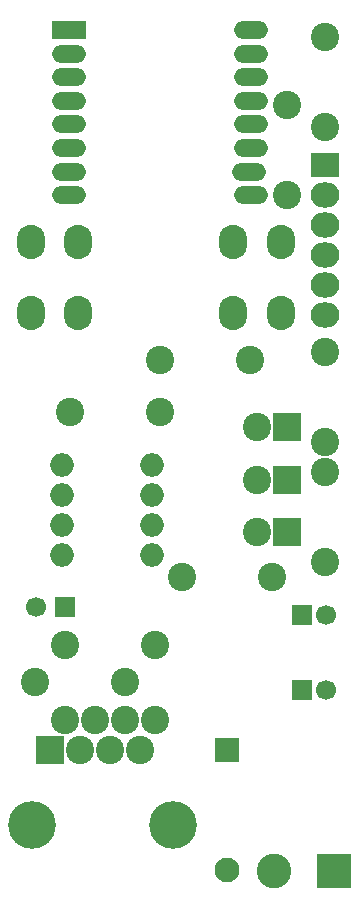
<source format=gbr>
G04 #@! TF.FileFunction,Soldermask,Bot*
%FSLAX46Y46*%
G04 Gerber Fmt 4.6, Leading zero omitted, Abs format (unit mm)*
G04 Created by KiCad (PCBNEW 4.0.7-e2-6376~58~ubuntu16.04.1) date Sat May  5 11:14:25 2018*
%MOMM*%
%LPD*%
G01*
G04 APERTURE LIST*
%ADD10C,0.100000*%
%ADD11R,2.900000X1.500000*%
%ADD12O,2.900000X1.500000*%
%ADD13O,2.400000X2.900000*%
%ADD14C,4.049980*%
%ADD15R,2.400000X2.400000*%
%ADD16C,2.400000*%
%ADD17R,2.432000X2.127200*%
%ADD18O,2.432000X2.127200*%
%ADD19R,2.940000X2.940000*%
%ADD20C,2.940000*%
%ADD21C,2.398980*%
%ADD22R,1.700000X1.700000*%
%ADD23C,1.700000*%
%ADD24C,2.099260*%
%ADD25R,2.099260X2.099260*%
%ADD26O,2.000000X2.000000*%
G04 APERTURE END LIST*
D10*
D11*
X151065000Y-67310000D03*
D12*
X151065000Y-69310000D03*
X151065000Y-71310000D03*
X151065000Y-73310000D03*
X151065000Y-75310000D03*
X151065000Y-77310000D03*
X151065000Y-79310000D03*
X151065000Y-81310000D03*
X166465000Y-81310000D03*
X166365000Y-79310000D03*
X166465000Y-77310000D03*
X166465000Y-75310000D03*
X166465000Y-73310000D03*
X166465000Y-71310000D03*
X166465000Y-69310000D03*
X166465000Y-67310000D03*
D13*
X147860000Y-85265000D03*
X151860000Y-85265000D03*
X147860000Y-91265000D03*
X151860000Y-91265000D03*
D14*
X159862520Y-134620000D03*
X147993100Y-134620000D03*
D15*
X149479000Y-128270000D03*
D16*
X150749000Y-125730000D03*
X152019000Y-128270000D03*
X153289000Y-125730000D03*
X154559000Y-128270000D03*
X155829000Y-125730000D03*
X157099000Y-128270000D03*
X158369000Y-125730000D03*
D17*
X172720000Y-78740000D03*
D18*
X172720000Y-81280000D03*
X172720000Y-83820000D03*
X172720000Y-86360000D03*
X172720000Y-88900000D03*
X172720000Y-91440000D03*
D13*
X165005000Y-85265000D03*
X169005000Y-85265000D03*
X165005000Y-91265000D03*
X169005000Y-91265000D03*
D19*
X173500000Y-138515000D03*
D20*
X168420000Y-138515000D03*
D21*
X155829000Y-122555000D03*
X148209000Y-122555000D03*
X158750000Y-99695000D03*
X151130000Y-99695000D03*
X150749000Y-119380000D03*
X158369000Y-119380000D03*
X169545000Y-81280000D03*
X169545000Y-73660000D03*
X172720000Y-75565000D03*
X172720000Y-67945000D03*
D22*
X170815000Y-123190000D03*
D23*
X172815000Y-123190000D03*
D22*
X170815000Y-116840000D03*
D23*
X172815000Y-116840000D03*
D22*
X150749000Y-116205000D03*
D23*
X148249000Y-116205000D03*
D21*
X166370000Y-95250000D03*
X158750000Y-95250000D03*
D15*
X169545000Y-105410000D03*
D16*
X167005000Y-105410000D03*
D15*
X169545000Y-100965000D03*
D16*
X167005000Y-100965000D03*
D15*
X169545000Y-109855000D03*
D16*
X167005000Y-109855000D03*
D21*
X168275000Y-113665000D03*
X160655000Y-113665000D03*
X172720000Y-94615000D03*
X172720000Y-102235000D03*
X172720000Y-112395000D03*
X172720000Y-104775000D03*
D24*
X164467540Y-138430520D03*
D25*
X164467540Y-128270520D03*
D26*
X158115000Y-111760000D03*
X158115000Y-109220000D03*
X158115000Y-106680000D03*
X158115000Y-104140000D03*
X150495000Y-104140000D03*
X150495000Y-106680000D03*
X150495000Y-109220000D03*
X150495000Y-111760000D03*
M02*

</source>
